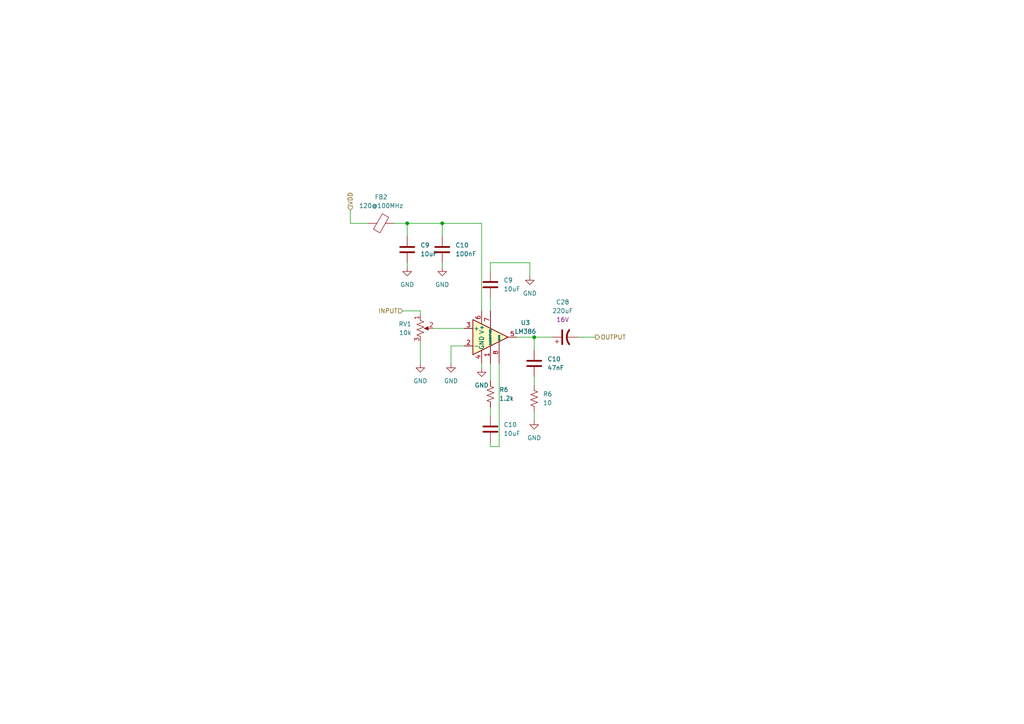
<source format=kicad_sch>
(kicad_sch (version 20230121) (generator eeschema)
  (paper "A4")
  (title_block (title "Signal-adapter") (date "2023-12-03") (rev "v1.0.0") (company "Maykol Rey") (comment 1 "Maykol Rey"))
  (lib_symbols
    (symbol "Amplifier_Audio:LM386" (pin_names (offset 0.127))
      (property "Reference" "U" (at 1.27 7.62 0))
      (property "Value" "LM386" (at 1.27 5.08 0))
      (symbol "LM386_0_1"
        (polyline (pts (xy 5.08 0) (xy -5.08 5.08) (xy -5.08 -5.08) (xy 5.08 0)) (stroke (width 0.254)) (fill (type background)))
      )
      (symbol "LM386_1_1"
        (pin input line (at 0 -7.62 90) (length 5.08) (name "GAIN") (number "1"))
        (pin input line (at -7.62 -2.54 0) (length 2.54) (name "-") (number "2"))
        (pin input line (at -7.62 2.54 0) (length 2.54) (name "+") (number "3"))
        (pin power_in line (at -2.54 -7.62 90) (length 3.81) (name "GND") (number "4"))
        (pin output line (at 7.62 0 180) (length 2.54) (name "~") (number "5"))
        (pin power_in line (at -2.54 7.62 270) (length 3.81) (name "V+") (number "6"))
        (pin input line (at 0 7.62 270) (length 5.08) (name "BYPASS") (number "7"))
        (pin input line (at 2.54 -7.62 90) (length 6.35) (name "GAIN") (number "8"))
      )
    )
    (symbol "Device:C" (pin_numbers hide) (pin_names (offset 0.254))
      (property "Reference" "C" (at 0.635 2.54 0))
      (property "Value" "C" (at 0.635 -2.54 0))
      (symbol "C_0_1"
        (polyline (pts (xy -2.032 -0.762) (xy 2.032 -0.762)) (stroke (width 0.508)))
        (polyline (pts (xy -2.032 0.762) (xy 2.032 0.762)) (stroke (width 0.508)))
      )
      (symbol "C_1_1"
        (pin passive line (at 0 3.81 270) (length 2.794) (name "~") (number "1"))
        (pin passive line (at 0 -3.81 90) (length 2.794) (name "~") (number "2"))
      )
    )
    (symbol "Device:C_Polarized_US" (pin_numbers hide) (pin_names (offset 0.254) hide)
      (property "Reference" "C" (at 0.635 2.54 0))
      (property "Value" "C_Polarized_US" (at 0.635 -2.54 0))
      (symbol "C_Polarized_US_0_1"
        (polyline (pts (xy -2.032 0.762) (xy 2.032 0.762)) (stroke (width 0.508)))
        (polyline (pts (xy -1.778 2.286) (xy -0.762 2.286)))
        (polyline (pts (xy -1.27 1.778) (xy -1.27 2.794)))
        (arc (start 2.032 -1.27) (mid 0 -0.5572) (end -2.032 -1.27) (stroke (width 0.508)))
      )
      (symbol "C_Polarized_US_1_1"
        (pin passive line (at 0 3.81 270) (length 2.794) (name "~") (number "1"))
        (pin passive line (at 0 -3.81 90) (length 3.302) (name "~") (number "2"))
      )
    )
    (symbol "Device:FerriteBead" (pin_numbers hide) (pin_names (offset 0))
      (property "Reference" "FB" (at -3.81 0.635 90))
      (property "Value" "FerriteBead" (at 3.81 0 90))
      (symbol "FerriteBead_0_1"
        (polyline (pts (xy 0 -1.27) (xy 0 -1.2192)))
        (polyline (pts (xy 0 1.27) (xy 0 1.2954)))
        (polyline (pts (xy -2.7686 0.4064) (xy -1.7018 2.2606) (xy 2.7686 -0.3048) (xy 1.6764 -2.159) (xy -2.7686 0.4064)))
      )
      (symbol "FerriteBead_1_1"
        (pin passive line (at 0 3.81 270) (length 2.54) (name "~") (number "1"))
        (pin passive line (at 0 -3.81 90) (length 2.54) (name "~") (number "2"))
      )
    )
    (symbol "Device:R_Potentiometer_US" (pin_names (offset 1.016) hide)
      (property "Reference" "RV" (at -4.445 0 90))
      (property "Value" "R_Potentiometer_US" (at -2.54 0 90))
      (symbol "R_Potentiometer_US_0_1"
        (polyline (pts (xy 0 -2.286) (xy 0 -2.54)))
        (polyline (pts (xy 0 2.54) (xy 0 2.286)))
        (polyline (pts (xy 2.54 0) (xy 1.524 0)))
        (polyline (pts (xy 1.143 0) (xy 2.286 0.508) (xy 2.286 -0.508) (xy 1.143 0)) (fill (type outline)))
        (polyline (pts (xy 0 -0.762) (xy 1.016 -1.143) (xy 0 -1.524) (xy -1.016 -1.905) (xy 0 -2.286)))
        (polyline (pts (xy 0 0.762) (xy 1.016 0.381) (xy 0 0) (xy -1.016 -0.381) (xy 0 -0.762)))
        (polyline (pts (xy 0 2.286) (xy 1.016 1.905) (xy 0 1.524) (xy -1.016 1.143) (xy 0 0.762)))
      )
      (symbol "R_Potentiometer_US_1_1"
        (pin passive line (at 0 3.81 270) (length 1.27) (name "1") (number "1"))
        (pin passive line (at 3.81 0 180) (length 1.27) (name "2") (number "2"))
        (pin passive line (at 0 -3.81 90) (length 1.27) (name "3") (number "3"))
      )
    )
    (symbol "Device:R_US" (pin_numbers hide) (pin_names (offset 0))
      (property "Reference" "R" (at 2.54 0 90))
      (property "Value" "R_US" (at -2.54 0 90))
      (symbol "R_US_0_1"
        (polyline (pts (xy 0 -2.286) (xy 0 -2.54)))
        (polyline (pts (xy 0 2.286) (xy 0 2.54)))
        (polyline (pts (xy 0 -0.762) (xy 1.016 -1.143) (xy 0 -1.524) (xy -1.016 -1.905) (xy 0 -2.286)))
        (polyline (pts (xy 0 0.762) (xy 1.016 0.381) (xy 0 0) (xy -1.016 -0.381) (xy 0 -0.762)))
        (polyline (pts (xy 0 2.286) (xy 1.016 1.905) (xy 0 1.524) (xy -1.016 1.143) (xy 0 0.762)))
      )
      (symbol "R_US_1_1"
        (pin passive line (at 0 3.81 270) (length 1.27) (name "~") (number "1"))
        (pin passive line (at 0 -3.81 90) (length 1.27) (name "~") (number "2"))
      )
    )
    (symbol "power:GND" (power) (pin_names (offset 0))
      (property "Value" "GND" (at 0 -3.81 0))
      (symbol "GND_0_1"
        (polyline (pts (xy 0 0) (xy 0 -1.27) (xy 1.27 -1.27) (xy 0 -2.54) (xy -1.27 -1.27) (xy 0 -1.27)))
      )
      (symbol "GND_1_1"
        (pin power_in line (at 0 0 270) (length 0) hide (name "GND") (number "1"))
      )
    )
  )
  (junction (at 128.27 64.77))
  (junction (at 154.94 97.79))
  (junction (at 118.11 64.77))
  (wire (pts (xy 154.94 109.22) (xy 154.94 111.76)))
  (wire (pts (xy 154.94 119.38) (xy 154.94 121.92)))
  (wire (pts (xy 101.6 60.96) (xy 101.6 64.77)))
  (wire (pts (xy 128.27 76.2) (xy 128.27 77.47)))
  (wire (pts (xy 167.64 97.79) (xy 172.72 97.79)))
  (wire (pts (xy 128.27 64.77) (xy 139.7 64.77)))
  (wire (pts (xy 153.67 76.2) (xy 153.67 80.01)))
  (wire (pts (xy 142.24 78.74) (xy 142.24 76.2)))
  (wire (pts (xy 128.27 68.58) (xy 128.27 64.77)))
  (wire (pts (xy 116.84 90.17) (xy 121.92 90.17)))
  (wire (pts (xy 130.81 100.33) (xy 134.62 100.33)))
  (wire (pts (xy 121.92 99.06) (xy 121.92 105.41)))
  (wire (pts (xy 118.11 76.2) (xy 118.11 77.47)))
  (wire (pts (xy 118.11 64.77) (xy 118.11 68.58)))
  (wire (pts (xy 142.24 105.41) (xy 142.24 110.49)))
  (wire (pts (xy 142.24 118.11) (xy 142.24 120.65)))
  (wire (pts (xy 154.94 97.79) (xy 160.02 97.79)))
  (wire (pts (xy 128.27 64.77) (xy 118.11 64.77)))
  (wire (pts (xy 142.24 76.2) (xy 153.67 76.2)))
  (wire (pts (xy 144.78 129.54) (xy 142.24 129.54)))
  (wire (pts (xy 142.24 86.36) (xy 142.24 90.17)))
  (wire (pts (xy 149.86 97.79) (xy 154.94 97.79)))
  (wire (pts (xy 101.6 64.77) (xy 106.68 64.77)))
  (wire (pts (xy 144.78 105.41) (xy 144.78 129.54)))
  (wire (pts (xy 154.94 97.79) (xy 154.94 101.6)))
  (wire (pts (xy 130.81 105.41) (xy 130.81 100.33)))
  (wire (pts (xy 142.24 129.54) (xy 142.24 128.27)))
  (wire (pts (xy 121.92 90.17) (xy 121.92 91.44)))
  (wire (pts (xy 114.3 64.77) (xy 118.11 64.77)))
  (wire (pts (xy 139.7 64.77) (xy 139.7 90.17)))
  (wire (pts (xy 139.7 105.41) (xy 139.7 106.68)))
  (wire (pts (xy 125.73 95.25) (xy 134.62 95.25)))
  (hierarchical_label "VDD" (shape input) (at 101.6 60.96 90))
  (hierarchical_label "INPUT" (shape input) (at 116.84 90.17 180))
  (hierarchical_label "OUTPUT" (shape output) (at 172.72 97.79 0))
  (symbol (lib_id "power:GND") (at 118.11 77.47 0) (unit 1)
    (property "Reference" "#PWR014" (effects hide))
    (property "Value" "GND" (at 118.11 82.55 0))
    (instances (project "display-esp32-addon_1" (path "" (reference "#PWR014") (unit 1)) (path "" (reference "#PWR030") (unit 1)) (path "" (reference "#PWR047") (unit 1))) (project "signal_adjustment" (path "" (reference "#PWR017") (unit 1))))
  )
  (symbol (lib_id "Device:FerriteBead") (at 110.49 64.77 270) (unit 1)
    (property "Reference" "FB2" (at 110.5408 57.15 90))
    (property "Value" "120@100MHz" (at 110.5408 59.69 90))
    (property "Footprint" "Inductor_SMD:L_0805_2012Metric" (effects hide))
    (property "LCSC Part" "C62708" (effects hide))
    (property "Mfr. Part" "CBM160808U121T" (effects hide))
    (property "Manufacturer" "FH (Guangdong Fenghua Advanced Tech)" (effects hide))
    (property "Description" "65mΩ ±25% 120Ω@100MHz 0603 Ferrite Beads ROHS" (effects hide))
    (property "Price" "0.0038" (effects hide))
    (instances (project "display-esp32-addon_1" (path "" (reference "FB2") (unit 1)) (path "" (reference "FB5") (unit 1)) (path "" (reference "FB3") (unit 1))) (project "signal_adjustment" (path "" (reference "FB1") (unit 1))))
  )
  (symbol (lib_id "Amplifier_Audio:LM386") (at 142.24 97.79 0) (unit 1)
    (property "Reference" "U3" (at 152.4 93.5991 0))
    (property "Value" "LM386" (at 152.4 96.1391 0))
    (property "Footprint" "Package_SO:HSOP-8-1EP_3.9x4.9mm_P1.27mm_EP2.3x2.3mm" (effects hide))
    (property "Datasheet" "http://www.ti.com/lit/ds/symlink/lm386.pdf" (effects hide))
    (property "LCSC Part" "C85119" (effects hide))
    (property "Mfr. Part" "LM386G-S08-R" (effects hide))
    (property "Manufacturer" "UTC(Unisonic Tech)" (effects hide))
    (property "Description" "1 700mWx1@8Ω SOP-8 Audio Power OpAmps ROHS" (effects hide))
    (property "Price" "0.1003" (effects hide))
  )
  (symbol (lib_id "Device:C") (at 142.24 82.55 180) (unit 1)
    (property "Reference" "C9" (at 146.05 81.28 0) (effects (justify right)))
    (property "Value" "10uF" (at 146.05 83.82 0) (effects (justify right)))
    (property "Footprint" "Capacitor_SMD:C_0805_2012Metric" (effects hide))
    (property "LCSC Part" "C17024" (effects hide))
    (property "Mfr. Part" "CL21A106KPFNNNE" (effects hide))
    (property "Manufacturer" "Samsung Electro-Mechanics" (effects hide))
    (property "Description" "10V 10uF X5R ±10% 0805 Multilayer Ceramic Capacitors MLCC - SMD/SMT ROHS" (effects hide))
    (property "Price" "0.01" (effects hide))
    (instances (project "display-esp32-addon_1" (path "" (reference "C9") (unit 1)) (path "" (reference "C12") (unit 1)) (path "" (reference "C25") (unit 1))) (project "signal_adjustment" (path "" (reference "C8") (unit 1))))
  )
  (symbol (lib_id "Device:R_US") (at 142.24 114.3 180) (unit 1)
    (property "Reference" "R6" (at 144.78 113.03 0) (effects (justify right)))
    (property "Value" "1.2k" (at 144.78 115.57 0) (effects (justify right)))
    (property "Footprint" "Resistor_SMD:R_0603_1608Metric" (effects hide))
    (property "LCSC Part" "C22765" (effects hide))
    (property "Mfr. Part" "0603WAF1201T5E" (effects hide))
    (property "Manufacturer" "UNI-ROYAL(Uniroyal Elec)" (effects hide))
    (property "Description" "100mW Thick Film Resistors ±100ppm/℃ ±1% 1.2kΩ 0603 Chip Resistor - Surface Mount ROHS" (effects hide))
    (property "Price" "0.0011" (effects hide))
    (instances (project "display-esp32-addon_1" (path "" (reference "R6") (unit 1)) (path "" (reference "R17") (unit 1)) (path "" (reference "R11") (unit 1))) (project "signal_adjustment" (path "" (reference "R9") (unit 1))))
  )
  (symbol (lib_id "Device:C_Polarized_US") (at 163.83 97.79 90) (unit 1)
    (property "Reference" "C28" (at 163.195 87.63 90))
    (property "Value" "220uF" (at 163.195 90.17 90))
    (property "Footprint" "Capacitor_THT:CP_Radial_D5.0mm_P2.50mm" (effects hide))
    (property "LCSC Part" "C2833300" (effects hide))
    (property "Mfr. Part" "01EC1801" (effects hide))
    (property "Manufacturer" "KNSCHA" (effects hide))
    (property "Description" "220uF 16V 1Ω@100kHz ±20% 135mA@100kHz Plugin,D6.3xL11mm Aluminum Electrolytic Capacitors - Leaded ROHS" (effects hide))
    (property "Price" "0.0226" (effects hide))
    (property "V" "16V" (at 163.195 92.71 90))
    (instances (project "display-esp32-addon_1" (path "" (reference "C28") (unit 1))) (project "signal_adjustment" (path "" (reference "C11") (unit 1))))
  )
  (symbol (lib_id "Device:C") (at 154.94 105.41 180) (unit 1)
    (property "Reference" "C10" (at 158.75 104.14 0) (effects (justify right)))
    (property "Value" "47nF" (at 158.75 106.68 0) (effects (justify right)))
    (property "Footprint" "Capacitor_SMD:C_0603_1608Metric" (effects hide))
    (property "LCSC Part" "C285123" (effects hide))
    (property "Mfr. Part" "0603B473K500NT" (effects hide))
    (property "Manufacturer" "FH (Guangdong Fenghua Advanced Tech)" (effects hide))
    (property "Description" "50V 47nF X7R ±10% 0603 Multilayer Ceramic Capacitors MLCC - SMD/SMT ROHS" (effects hide))
    (property "Price" "0.0030" (effects hide))
    (instances (project "display-esp32-addon_1" (path "" (reference "C10") (unit 1)) (path "" (reference "C14") (unit 1)) (path "" (reference "C27") (unit 1))) (project "signal_adjustment" (path "" (reference "C10") (unit 1))))
  )
  (symbol (lib_id "power:GND") (at 121.92 105.41 0) (unit 1)
    (property "Reference" "#PWR014" (effects hide))
    (property "Value" "GND" (at 121.92 110.49 0))
    (instances (project "display-esp32-addon_1" (path "" (reference "#PWR014") (unit 1)) (path "" (reference "#PWR030") (unit 1)) (path "" (reference "#PWR053") (unit 1))) (project "signal_adjustment" (path "" (reference "#PWR016") (unit 1))))
  )
  (symbol (lib_id "Device:C") (at 142.24 124.46 180) (unit 1)
    (property "Reference" "C10" (at 146.05 123.19 0) (effects (justify right)))
    (property "Value" "10uF" (at 146.05 125.73 0) (effects (justify right)))
    (property "Footprint" "Capacitor_SMD:C_0805_2012Metric" (effects hide))
    (property "LCSC Part" "C17024" (effects hide))
    (property "Mfr. Part" "CL21A106KPFNNNE" (effects hide))
    (property "Manufacturer" "Samsung Electro-Mechanics" (effects hide))
    (property "Description" "10V 10uF X5R ±10% 0805 Multilayer Ceramic Capacitors MLCC - SMD/SMT ROHS" (effects hide))
    (property "Price" "0.01" (effects hide))
    (instances (project "display-esp32-addon_1" (path "" (reference "C10") (unit 1)) (path "" (reference "C14") (unit 1)) (path "" (reference "C26") (unit 1))) (project "signal_adjustment" (path "" (reference "C9") (unit 1))))
  )
  (symbol (lib_id "power:GND") (at 130.81 105.41 0) (unit 1)
    (property "Reference" "#PWR014" (effects hide))
    (property "Value" "GND" (at 130.81 110.49 0))
    (instances (project "display-esp32-addon_1" (path "" (reference "#PWR014") (unit 1)) (path "" (reference "#PWR030") (unit 1)) (path "" (reference "#PWR051") (unit 1))) (project "signal_adjustment" (path "" (reference "#PWR018") (unit 1))))
  )
  (symbol (lib_id "power:GND") (at 153.67 80.01 0) (unit 1)
    (property "Reference" "#PWR014" (effects hide))
    (property "Value" "GND" (at 153.67 85.09 0))
    (instances (project "display-esp32-addon_1" (path "" (reference "#PWR014") (unit 1)) (path "" (reference "#PWR030") (unit 1)) (path "" (reference "#PWR052") (unit 1))) (project "signal_adjustment" (path "" (reference "#PWR021") (unit 1))))
  )
  (symbol (lib_id "Device:C") (at 118.11 72.39 180) (unit 1)
    (property "Reference" "C9" (at 121.92 71.12 0) (effects (justify right)))
    (property "Value" "10uF" (at 121.92 73.66 0) (effects (justify right)))
    (property "Footprint" "Capacitor_SMD:C_0805_2012Metric" (effects hide))
    (property "LCSC Part" "C17024" (effects hide))
    (property "Mfr. Part" "CL21A106KPFNNNE" (effects hide))
    (property "Manufacturer" "Samsung Electro-Mechanics" (effects hide))
    (property "Description" "10V 10uF X5R ±10% 0805 Multilayer Ceramic Capacitors MLCC - SMD/SMT ROHS" (effects hide))
    (property "Price" "0.01" (effects hide))
    (instances (project "display-esp32-addon_1" (path "" (reference "C9") (unit 1)) (path "" (reference "C12") (unit 1)) (path "" (reference "C23") (unit 1))) (project "signal_adjustment" (path "" (reference "C6") (unit 1))))
  )
  (symbol (lib_id "Device:R_US") (at 154.94 115.57 180) (unit 1)
    (property "Reference" "R6" (at 157.48 114.3 0) (effects (justify right)))
    (property "Value" "10" (at 157.48 116.84 0) (effects (justify right)))
    (property "Footprint" "Resistor_SMD:R_0603_1608Metric" (effects hide))
    (property "LCSC Part" "C22859" (effects hide))
    (property "Mfr. Part" "0603WAF100JT5E" (effects hide))
    (property "Manufacturer" "UNI-ROYAL(Uniroyal Elec)" (effects hide))
    (property "Description" "100mW Thick Film Resistors ±1% ±400ppm/℃ 10Ω 0603 Chip Resistor - Surface Mount ROHS" (effects hide))
    (property "Price" "0.0010" (effects hide))
    (instances (project "display-esp32-addon_1" (path "" (reference "R6") (unit 1)) (path "" (reference "R17") (unit 1)) (path "" (reference "R20") (unit 1))) (project "signal_adjustment" (path "" (reference "R10") (unit 1))))
  )
  (symbol (lib_id "power:GND") (at 154.94 121.92 0) (unit 1)
    (property "Reference" "#PWR014" (effects hide))
    (property "Value" "GND" (at 154.94 127 0))
    (instances (project "display-esp32-addon_1" (path "" (reference "#PWR014") (unit 1)) (path "" (reference "#PWR030") (unit 1)) (path "" (reference "#PWR055") (unit 1))) (project "signal_adjustment" (path "" (reference "#PWR022") (unit 1))))
  )
  (symbol (lib_id "Device:C") (at 128.27 72.39 180) (unit 1)
    (property "Reference" "C10" (at 132.08 71.12 0) (effects (justify right)))
    (property "Value" "100nF" (at 132.08 73.66 0) (effects (justify right)))
    (property "Footprint" "Capacitor_SMD:C_0603_1608Metric_Pad1.08x0.95mm_HandSolder" (effects hide))
    (property "LCSC Part" "C66501" (effects hide))
    (property "Mfr. Part" "CL10B104KO8NNNC" (effects hide))
    (property "Manufacturer" "Samsung Electro-Mechanics" (effects hide))
    (property "Description" "16V 100nF X7R ±10% 0603 Multilayer Ceramic Capacitors MLCC - SMD/SMT ROHS" (effects hide))
    (property "Price" "0.01" (effects hide))
    (instances (project "display-esp32-addon_1" (path "" (reference "C10") (unit 1)) (path "" (reference "C14") (unit 1)) (path "" (reference "C24") (unit 1))) (project "signal_adjustment" (path "" (reference "C7") (unit 1))))
  )
  (symbol (lib_id "power:GND") (at 139.7 106.68 0) (unit 1)
    (property "Reference" "#PWR014" (effects hide))
    (property "Value" "GND" (at 139.7 111.76 0))
    (instances (project "display-esp32-addon_1" (path "" (reference "#PWR014") (unit 1)) (path "" (reference "#PWR030") (unit 1)) (path "" (reference "#PWR050") (unit 1))) (project "signal_adjustment" (path "" (reference "#PWR020") (unit 1))))
  )
  (symbol (lib_id "Device:R_Potentiometer_US") (at 121.92 95.25 0) (unit 1)
    (property "Reference" "RV1" (at 119.38 93.98 0) (effects (justify right)))
    (property "Value" "10k" (at 119.38 96.52 0) (effects (justify right)))
    (property "Footprint" "Potentiometer_SMD:Potentiometer_Bourns_TC33X_Vertical" (effects hide))
    (property "Datasheet" "https://datasheet.lcsc.com/lcsc/2304140030_BOURNS-TC33X-2-103E_C719176.pdf" (effects hide))
    (property "LCSC Part" "C719176" (effects hide))
    (property "Mfr. Part" "TC33X-2-103E" (effects hide))
    (property "Manufacturer" "BOURNS" (effects hide))
    (property "Description" "±25% ±250ppm/℃ 150mW 10kΩ SMD Variable Resistors/Potentiometers ROHS" (effects hide))
    (property "Price" "0.1134" (effects hide))
  )
  (symbol (lib_id "power:GND") (at 128.27 77.47 0) (unit 1)
    (property "Reference" "#PWR014" (effects hide))
    (property "Value" "GND" (at 128.27 82.55 0))
    (instances (project "display-esp32-addon_1" (path "" (reference "#PWR014") (unit 1)) (path "" (reference "#PWR030") (unit 1)) (path "" (reference "#PWR049") (unit 1))) (project "signal_adjustment" (path "" (reference "#PWR019") (unit 1))))
  )
)
</source>
